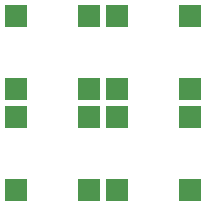
<source format=gts>
G04 Layer: TopSolderMaskLayer*
G04 EasyEDA v6.5.51, 2025-11-13 20:24:43*
G04 f72cce456b204ee28f235c325527e0df,9a5be75d700b4a6385dc1106f27949ae,10*
G04 Gerber Generator version 0.2*
G04 Scale: 100 percent, Rotated: No, Reflected: No *
G04 Dimensions in millimeters *
G04 leading zeros omitted , absolute positions ,4 integer and 5 decimal *
%FSLAX45Y45*%
%MOMM*%

%AMMACRO1*4,1,8,-0.9211,-0.9508,-0.9508,-0.921,-0.9508,0.9211,-0.9211,0.9508,0.921,0.9508,0.9508,0.9211,0.9508,-0.921,0.921,-0.9508,-0.9211,-0.9508,0*%
%ADD10MACRO1*%
%ADD11C,0.0151*%

%LPD*%
D10*
G01*
X265000Y-884999D03*
G01*
X884999Y-884999D03*
G01*
X884999Y-265000D03*
G01*
X265000Y-265000D03*
G01*
X1734997Y-265000D03*
G01*
X1114999Y-265000D03*
G01*
X1114999Y-884999D03*
G01*
X1734997Y-884999D03*
G01*
X1114999Y-1734997D03*
G01*
X1734997Y-1734997D03*
G01*
X1734997Y-1114999D03*
G01*
X1114999Y-1114999D03*
G01*
X265000Y-1734997D03*
G01*
X884999Y-1734997D03*
G01*
X884999Y-1114999D03*
G01*
X265000Y-1114999D03*
M02*

</source>
